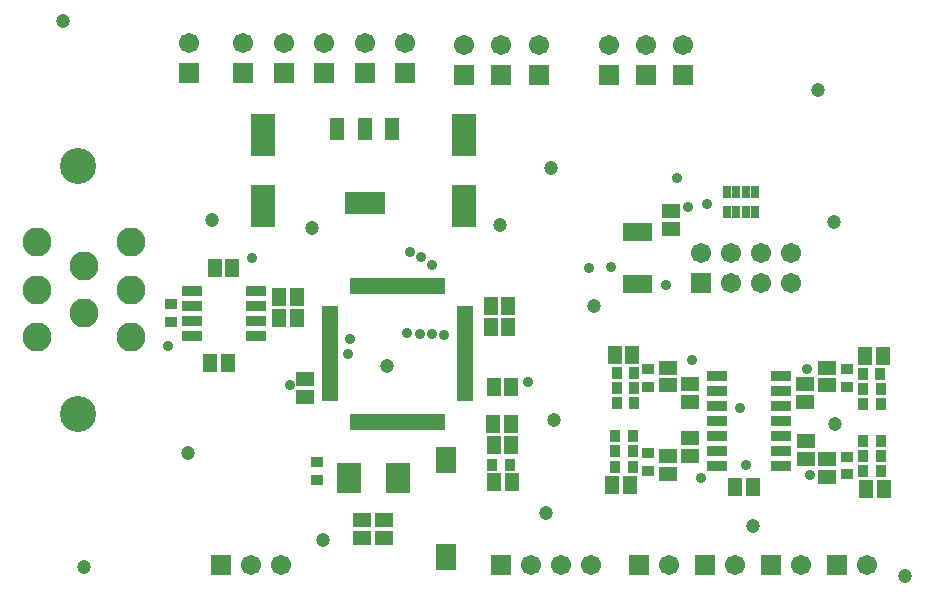
<source format=gts>
G04*
G04 #@! TF.GenerationSoftware,Altium Limited,Altium Designer,20.1.11 (218)*
G04*
G04 Layer_Color=8388736*
%FSLAX25Y25*%
%MOIN*%
G70*
G04*
G04 #@! TF.SameCoordinates,2A16CBDB-C64F-4E12-ACEB-A9EF2D748E26*
G04*
G04*
G04 #@! TF.FilePolarity,Negative*
G04*
G01*
G75*
%ADD15R,0.06312X0.05131*%
%ADD16R,0.05131X0.06312*%
%ADD17R,0.08280X0.10249*%
%ADD18R,0.04540X0.07690*%
%ADD19R,0.13398X0.07690*%
%ADD20R,0.01981X0.06312*%
%ADD21R,0.06804X0.03359*%
%ADD22R,0.01981X0.05524*%
%ADD23R,0.05524X0.01981*%
%ADD24R,0.06706X0.08674*%
%ADD25R,0.02572X0.04343*%
%ADD26R,0.04343X0.03556*%
%ADD27R,0.03556X0.04343*%
%ADD28R,0.07887X0.14186*%
%ADD29C,0.12000*%
%ADD30C,0.09700*%
%ADD31C,0.06706*%
%ADD32R,0.06706X0.06706*%
%ADD33R,0.06706X0.06706*%
%ADD34C,0.03556*%
%ADD35C,0.04737*%
D15*
X348000Y220547D02*
D03*
Y226453D02*
D03*
X400264Y174342D02*
D03*
Y168436D02*
D03*
X347000Y138894D02*
D03*
Y144800D02*
D03*
X392824Y168721D02*
D03*
Y162815D02*
D03*
X354500Y144895D02*
D03*
Y150800D02*
D03*
X400305Y137926D02*
D03*
Y143831D02*
D03*
X347060Y174310D02*
D03*
Y168405D02*
D03*
X393000Y144047D02*
D03*
Y149953D02*
D03*
X354500Y168721D02*
D03*
Y162815D02*
D03*
X245000Y117547D02*
D03*
Y123453D02*
D03*
X252500Y117595D02*
D03*
Y123500D02*
D03*
X226000Y164547D02*
D03*
Y170453D02*
D03*
D16*
X369547Y134500D02*
D03*
X375453D02*
D03*
X412905Y178219D02*
D03*
X418810D02*
D03*
X328652Y135318D02*
D03*
X334557D02*
D03*
X413100Y133734D02*
D03*
X419005D02*
D03*
X329397Y178713D02*
D03*
X335302D02*
D03*
X200500Y176000D02*
D03*
X194595D02*
D03*
X196000Y207500D02*
D03*
X201905D02*
D03*
X289139Y136261D02*
D03*
X295044D02*
D03*
X223453Y191000D02*
D03*
X217547D02*
D03*
X288047Y195000D02*
D03*
X293953D02*
D03*
X289047Y168000D02*
D03*
X294953D02*
D03*
X294905Y148500D02*
D03*
X289000D02*
D03*
X217547Y198000D02*
D03*
X223453D02*
D03*
X293953Y188000D02*
D03*
X288047D02*
D03*
X288953Y155500D02*
D03*
X294858D02*
D03*
D17*
X240858Y137500D02*
D03*
X257000D02*
D03*
D18*
X255055Y253902D02*
D03*
X246000D02*
D03*
X236945D02*
D03*
D19*
X246000Y229098D02*
D03*
D20*
X333063Y219661D02*
D03*
X335032D02*
D03*
X337000D02*
D03*
X338968D02*
D03*
X340937D02*
D03*
Y202339D02*
D03*
X338968D02*
D03*
X337000D02*
D03*
X335032D02*
D03*
X333063D02*
D03*
D21*
X384677Y171500D02*
D03*
Y166500D02*
D03*
Y161500D02*
D03*
Y156500D02*
D03*
Y151500D02*
D03*
Y146500D02*
D03*
Y141500D02*
D03*
X363323D02*
D03*
Y146500D02*
D03*
Y151500D02*
D03*
Y156500D02*
D03*
Y161500D02*
D03*
Y166500D02*
D03*
Y171500D02*
D03*
X188323Y185000D02*
D03*
Y190000D02*
D03*
Y195000D02*
D03*
Y200000D02*
D03*
X209677D02*
D03*
Y195000D02*
D03*
Y190000D02*
D03*
Y185000D02*
D03*
D22*
X271764Y156362D02*
D03*
X269795D02*
D03*
X267827D02*
D03*
X265858D02*
D03*
X263890D02*
D03*
X261921D02*
D03*
X259953D02*
D03*
X257984D02*
D03*
X256016D02*
D03*
X254047D02*
D03*
X252079D02*
D03*
X250110D02*
D03*
X248142D02*
D03*
X246173D02*
D03*
X244205D02*
D03*
X242236D02*
D03*
X271764Y201638D02*
D03*
X269795D02*
D03*
X267827D02*
D03*
X265858D02*
D03*
X263890D02*
D03*
X261921D02*
D03*
X259953D02*
D03*
X257984D02*
D03*
X256016D02*
D03*
X254047D02*
D03*
X252079D02*
D03*
X250110D02*
D03*
X248142D02*
D03*
X246173D02*
D03*
X244205D02*
D03*
X242236D02*
D03*
D23*
X279638Y178016D02*
D03*
Y176047D02*
D03*
Y174079D02*
D03*
Y172110D02*
D03*
Y170142D02*
D03*
Y168173D02*
D03*
Y166205D02*
D03*
Y164236D02*
D03*
Y193764D02*
D03*
Y191795D02*
D03*
Y189827D02*
D03*
Y187858D02*
D03*
Y185890D02*
D03*
Y183921D02*
D03*
Y181953D02*
D03*
Y179984D02*
D03*
X234362Y193764D02*
D03*
Y191795D02*
D03*
Y189827D02*
D03*
Y187858D02*
D03*
Y185890D02*
D03*
Y183921D02*
D03*
Y181953D02*
D03*
Y179984D02*
D03*
Y178016D02*
D03*
Y176047D02*
D03*
Y174079D02*
D03*
Y172110D02*
D03*
Y170142D02*
D03*
Y168173D02*
D03*
Y166205D02*
D03*
Y164236D02*
D03*
D24*
X273000Y111358D02*
D03*
Y143642D02*
D03*
D25*
X376224Y232846D02*
D03*
X373075D02*
D03*
X369925D02*
D03*
X366776D02*
D03*
Y226153D02*
D03*
X369925D02*
D03*
X373075D02*
D03*
X376224D02*
D03*
D26*
X406823Y173721D02*
D03*
Y167815D02*
D03*
X340500Y139894D02*
D03*
Y145800D02*
D03*
X406953Y138757D02*
D03*
Y144662D02*
D03*
X340648Y173744D02*
D03*
Y167839D02*
D03*
X230000Y137047D02*
D03*
Y142953D02*
D03*
X181500Y195453D02*
D03*
Y189547D02*
D03*
D27*
X418005Y167316D02*
D03*
X412100D02*
D03*
X329429Y146418D02*
D03*
X335335D02*
D03*
X418005Y162316D02*
D03*
X412100D02*
D03*
X329426Y151453D02*
D03*
X335331D02*
D03*
X417987Y172314D02*
D03*
X412081D02*
D03*
X329450Y141379D02*
D03*
X335356D02*
D03*
X418199Y144769D02*
D03*
X412294D02*
D03*
X330047Y167500D02*
D03*
X335953D02*
D03*
X418199Y149769D02*
D03*
X412294D02*
D03*
X330047Y162422D02*
D03*
X335953D02*
D03*
X418199Y139769D02*
D03*
X412294D02*
D03*
X330056Y172508D02*
D03*
X335962D02*
D03*
X294453Y142000D02*
D03*
X288547D02*
D03*
D28*
X279000Y251811D02*
D03*
Y228189D02*
D03*
X212000Y251811D02*
D03*
Y228189D02*
D03*
D29*
X150531Y241713D02*
D03*
Y159035D02*
D03*
D30*
X136752Y184626D02*
D03*
Y200374D02*
D03*
Y216122D02*
D03*
X152500Y192500D02*
D03*
Y208248D02*
D03*
X168248Y184626D02*
D03*
Y200374D02*
D03*
Y216122D02*
D03*
D31*
X259500Y282500D02*
D03*
X246245Y282630D02*
D03*
X304000Y282000D02*
D03*
X232617Y282630D02*
D03*
X291500Y282000D02*
D03*
X219273Y282630D02*
D03*
X187500Y282500D02*
D03*
X279000Y282000D02*
D03*
X205500Y282630D02*
D03*
X327397Y282000D02*
D03*
X339838D02*
D03*
X352278D02*
D03*
X218000Y108500D02*
D03*
X208000D02*
D03*
X413500D02*
D03*
X301500D02*
D03*
X311500D02*
D03*
X321500D02*
D03*
X391500D02*
D03*
X369500D02*
D03*
X347431D02*
D03*
X368000Y202500D02*
D03*
X378000D02*
D03*
X388000D02*
D03*
X358000Y212500D02*
D03*
X368000D02*
D03*
X378000D02*
D03*
X388000D02*
D03*
D32*
X259500Y272500D02*
D03*
X246245Y272630D02*
D03*
X304000Y272000D02*
D03*
X232617Y272630D02*
D03*
X291500Y272000D02*
D03*
X219273Y272630D02*
D03*
X187500Y272500D02*
D03*
X279000Y272000D02*
D03*
X205500Y272630D02*
D03*
X327397Y272000D02*
D03*
X339838D02*
D03*
X352278D02*
D03*
D33*
X198000Y108500D02*
D03*
X403500D02*
D03*
X291500D02*
D03*
X381500D02*
D03*
X359500D02*
D03*
X337431D02*
D03*
X358000Y202500D02*
D03*
D34*
X373000Y142000D02*
D03*
X300500Y169500D02*
D03*
X353750Y228012D02*
D03*
X355000Y177000D02*
D03*
X393500Y174000D02*
D03*
X394500Y138500D02*
D03*
X221000Y168500D02*
D03*
X208500Y211000D02*
D03*
X371000Y161000D02*
D03*
X360000Y229000D02*
D03*
X346500Y202000D02*
D03*
X350000Y237500D02*
D03*
X328000Y208000D02*
D03*
X320750Y207500D02*
D03*
X264704Y211204D02*
D03*
X268500Y208500D02*
D03*
X261000Y213000D02*
D03*
X240508Y178992D02*
D03*
X241000Y184000D02*
D03*
X272471Y185336D02*
D03*
X268500Y185500D02*
D03*
X260000Y186000D02*
D03*
X264500Y185500D02*
D03*
X180500Y181500D02*
D03*
X358000Y137500D02*
D03*
D35*
X402728Y155626D02*
D03*
X322500Y195000D02*
D03*
X309000Y157000D02*
D03*
X195000Y223500D02*
D03*
X426000Y105000D02*
D03*
X375500Y121500D02*
D03*
X253500Y175000D02*
D03*
X306500Y126000D02*
D03*
X232000Y117000D02*
D03*
X187000Y146000D02*
D03*
X152500Y108000D02*
D03*
X145500Y290000D02*
D03*
X228500Y221000D02*
D03*
X291000Y222000D02*
D03*
X308000Y241000D02*
D03*
X402500Y223000D02*
D03*
X397000Y267000D02*
D03*
M02*

</source>
